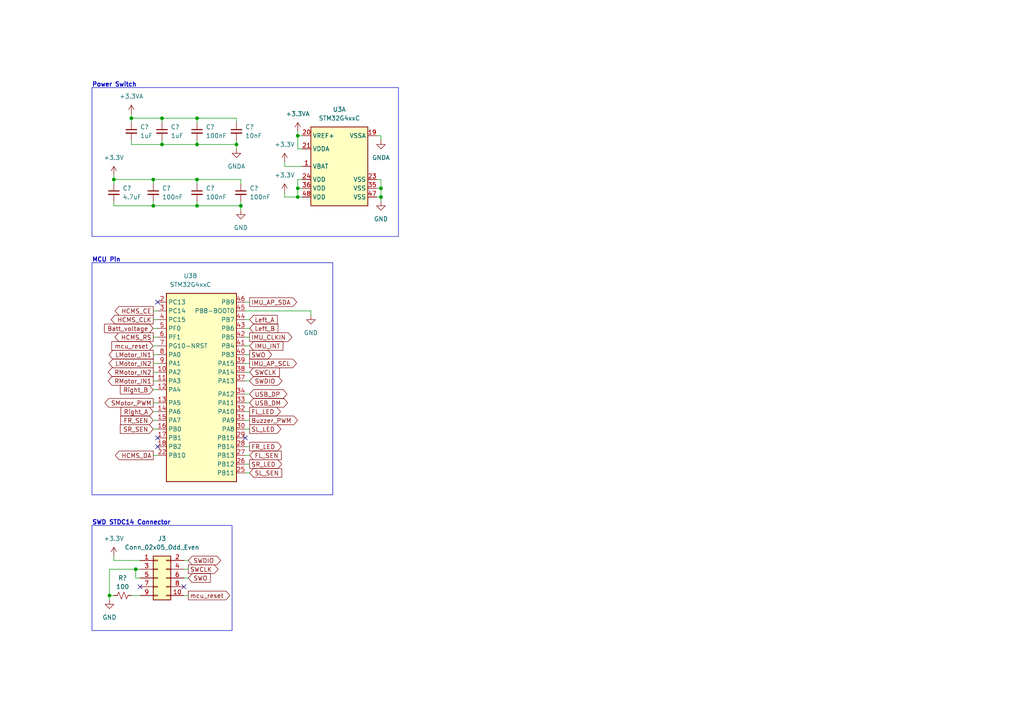
<source format=kicad_sch>
(kicad_sch (version 20230121) (generator eeschema)
  (paper "A4")
  (lib_symbols
    (symbol "Connector_Generic:Conn_02x05_Odd_Even" (pin_names (offset 1.016) hide)
      (property "Reference" "J" (at 1.27 7.62 0))
      (property "Value" "Conn_02x05_Odd_Even" (at 1.27 -7.62 0))
      (symbol "Conn_02x05_Odd_Even_1_1"
        (rectangle (start -1.27 -4.953) (end 0 -5.207) (stroke (width 0.1524)))
        (rectangle (start -1.27 -2.413) (end 0 -2.667) (stroke (width 0.1524)))
        (rectangle (start -1.27 0.127) (end 0 -0.127) (stroke (width 0.1524)))
        (rectangle (start -1.27 2.667) (end 0 2.413) (stroke (width 0.1524)))
        (rectangle (start -1.27 5.207) (end 0 4.953) (stroke (width 0.1524)))
        (rectangle (start -1.27 6.35) (end 3.81 -6.35) (stroke (width 0.254)) (fill (type background)))
        (rectangle (start 3.81 -4.953) (end 2.54 -5.207) (stroke (width 0.1524)))
        (rectangle (start 3.81 -2.413) (end 2.54 -2.667) (stroke (width 0.1524)))
        (rectangle (start 3.81 0.127) (end 2.54 -0.127) (stroke (width 0.1524)))
        (rectangle (start 3.81 2.667) (end 2.54 2.413) (stroke (width 0.1524)))
        (rectangle (start 3.81 5.207) (end 2.54 4.953) (stroke (width 0.1524)))
        (pin passive line (at -5.08 5.08 0) (length 3.81) (name "Pin_1") (number "1"))
        (pin passive line (at 7.62 -5.08 180) (length 3.81) (name "Pin_10") (number "10"))
        (pin passive line (at 7.62 5.08 180) (length 3.81) (name "Pin_2") (number "2"))
        (pin passive line (at -5.08 2.54 0) (length 3.81) (name "Pin_3") (number "3"))
        (pin passive line (at 7.62 2.54 180) (length 3.81) (name "Pin_4") (number "4"))
        (pin passive line (at -5.08 0 0) (length 3.81) (name "Pin_5") (number "5"))
        (pin passive line (at 7.62 0 180) (length 3.81) (name "Pin_6") (number "6"))
        (pin passive line (at -5.08 -2.54 0) (length 3.81) (name "Pin_7") (number "7"))
        (pin passive line (at 7.62 -2.54 180) (length 3.81) (name "Pin_8") (number "8"))
        (pin passive line (at -5.08 -5.08 0) (length 3.81) (name "Pin_9") (number "9"))
      )
    )
    (symbol "Device:C_Small" (pin_numbers hide) (pin_names (offset 0.254) hide)
      (property "Reference" "C" (at 0.254 1.778 0))
      (property "Value" "C_Small" (at 0.254 -2.032 0))
      (symbol "C_Small_0_1"
        (polyline (pts (xy -1.524 -0.508) (xy 1.524 -0.508)) (stroke (width 0.3302)))
        (polyline (pts (xy -1.524 0.508) (xy 1.524 0.508)) (stroke (width 0.3048)))
      )
      (symbol "C_Small_1_1"
        (pin passive line (at 0 2.54 270) (length 2.032) (name "~") (number "1"))
        (pin passive line (at 0 -2.54 90) (length 2.032) (name "~") (number "2"))
      )
    )
    (symbol "Device:R_Small_US" (pin_numbers hide) (pin_names (offset 0.254) hide)
      (property "Reference" "R" (at 0.762 0.508 0))
      (property "Value" "R_Small_US" (at 0.762 -1.016 0))
      (symbol "R_Small_US_1_1"
        (polyline (pts (xy 0 0) (xy 1.016 -0.381) (xy 0 -0.762) (xy -1.016 -1.143) (xy 0 -1.524)))
        (polyline (pts (xy 0 1.524) (xy 1.016 1.143) (xy 0 0.762) (xy -1.016 0.381) (xy 0 0)))
        (pin passive line (at 0 2.54 270) (length 1.016) (name "~") (number "1"))
        (pin passive line (at 0 -2.54 90) (length 1.016) (name "~") (number "2"))
      )
    )
    (symbol "HS_MCU:STM32G4xxC"
      (property "Reference" "U1" (at 0 3.81 0))
      (property "Value" "STM32G4xxC" (at 0 1.27 0))
      (symbol "STM32G4xxC_1_1"
        (rectangle (start 0 0) (end 16.51 -22.86) (stroke (width 0.254)) (fill (type background)))
        (pin power_in line (at -2.54 -11.43 0) (length 2.54) (name "VBAT") (number "1"))
        (pin power_in line (at 19.05 -2.54 180) (length 2.54) (name "VSSA") (number "19"))
        (pin input line (at -2.54 -2.54 0) (length 2.54) (name "VREF+") (number "20"))
        (pin power_in line (at -2.54 -6.35 0) (length 2.54) (name "VDDA") (number "21"))
        (pin power_in line (at 19.05 -15.24 180) (length 2.54) (name "VSS") (number "23"))
        (pin power_in line (at -2.54 -15.24 0) (length 2.54) (name "VDD") (number "24"))
        (pin power_in line (at 19.05 -17.78 180) (length 2.54) (name "VSS") (number "35"))
        (pin power_in line (at -2.54 -17.78 0) (length 2.54) (name "VDD") (number "36"))
        (pin power_in line (at 19.05 -20.32 180) (length 2.54) (name "VSS") (number "47"))
        (pin power_in line (at -2.54 -20.32 0) (length 2.54) (name "VDD") (number "48"))
      )
      (symbol "STM32G4xxC_2_1"
        (rectangle (start 0 0) (end 20.32 -54.61) (stroke (width 0.254)) (fill (type background)))
        (pin bidirectional line (at -2.54 -22.86 0) (length 2.54) (name "PA2") (number "10"))
        (pin bidirectional line (at -2.54 -25.4 0) (length 2.54) (name "PA3") (number "11"))
        (pin bidirectional line (at -2.54 -27.94 0) (length 2.54) (name "PA4") (number "12"))
        (pin bidirectional line (at -2.54 -31.75 0) (length 2.54) (name "PA5") (number "13"))
        (pin bidirectional line (at -2.54 -34.29 0) (length 2.54) (name "PA6") (number "14"))
        (pin bidirectional line (at -2.54 -36.83 0) (length 2.54) (name "PA7") (number "15"))
        (pin bidirectional line (at -2.54 -39.37 0) (length 2.54) (name "PB0") (number "16"))
        (pin bidirectional line (at -2.54 -41.91 0) (length 2.54) (name "PB1") (number "17"))
        (pin bidirectional line (at -2.54 -44.45 0) (length 2.54) (name "PB2") (number "18"))
        (pin bidirectional line (at -2.54 -2.54 0) (length 2.54) (name "PC13") (number "2"))
        (pin bidirectional line (at -2.54 -46.99 0) (length 2.54) (name "PB10") (number "22"))
        (pin bidirectional line (at 22.86 -52.07 180) (length 2.54) (name "PB11") (number "25"))
        (pin bidirectional line (at 22.86 -49.53 180) (length 2.54) (name "PB12") (number "26"))
        (pin bidirectional line (at 22.86 -46.99 180) (length 2.54) (name "PB13") (number "27"))
        (pin bidirectional line (at 22.86 -44.45 180) (length 2.54) (name "PB14") (number "28"))
        (pin bidirectional line (at 22.86 -41.91 180) (length 2.54) (name "PB15") (number "29"))
        (pin bidirectional line (at -2.54 -5.08 0) (length 2.54) (name "PC14") (number "3"))
        (pin bidirectional line (at 22.86 -39.37 180) (length 2.54) (name "PA8") (number "30"))
        (pin bidirectional line (at 22.86 -36.83 180) (length 2.54) (name "PA9") (number "31"))
        (pin bidirectional line (at 22.86 -34.29 180) (length 2.54) (name "PA10") (number "32"))
        (pin bidirectional line (at 22.86 -31.75 180) (length 2.54) (name "PA11") (number "33"))
        (pin bidirectional line (at 22.86 -29.21 180) (length 2.54) (name "PA12") (number "34"))
        (pin passive line (at 8.89 -58.42 90) (length 2.54) hide (name "VSS") (number "35"))
        (pin bidirectional line (at 22.86 -25.4 180) (length 2.54) (name "PA13") (number "37"))
        (pin bidirectional line (at 22.86 -22.86 180) (length 2.54) (name "PA14") (number "38"))
        (pin bidirectional line (at 22.86 -20.32 180) (length 2.54) (name "PA15") (number "39"))
        (pin bidirectional line (at -2.54 -7.62 0) (length 2.54) (name "PC15") (number "4"))
        (pin bidirectional line (at 22.86 -17.78 180) (length 2.54) (name "PB3") (number "40"))
        (pin bidirectional line (at 22.86 -15.24 180) (length 2.54) (name "PB4") (number "41"))
        (pin bidirectional line (at 22.86 -12.7 180) (length 2.54) (name "PB5") (number "42"))
        (pin bidirectional line (at 22.86 -10.16 180) (length 2.54) (name "PB6") (number "43"))
        (pin bidirectional line (at 22.86 -7.62 180) (length 2.54) (name "PB7") (number "44"))
        (pin bidirectional line (at 22.86 -5.08 180) (length 2.54) (name "PB8-BOOT0") (number "45"))
        (pin bidirectional line (at 22.86 -2.54 180) (length 2.54) (name "PB9") (number "46"))
        (pin passive line (at 8.89 -58.42 90) (length 2.54) hide (name "VSS") (number "47"))
        (pin bidirectional line (at -2.54 -10.16 0) (length 2.54) (name "PF0") (number "5"))
        (pin bidirectional line (at -2.54 -12.7 0) (length 2.54) (name "PF1") (number "6"))
        (pin bidirectional line (at -2.54 -15.24 0) (length 2.54) (name "PG10-NRST") (number "7"))
        (pin bidirectional line (at -2.54 -17.78 0) (length 2.54) (name "PA0") (number "8"))
        (pin bidirectional line (at -2.54 -20.32 0) (length 2.54) (name "PA1") (number "9"))
      )
    )
    (symbol "power:+3.3V" (power) (pin_names (offset 0))
      (property "Value" "+3.3V" (at 0 3.556 0))
      (symbol "+3.3V_0_1"
        (polyline (pts (xy -0.762 1.27) (xy 0 2.54)))
        (polyline (pts (xy 0 0) (xy 0 2.54)))
        (polyline (pts (xy 0 2.54) (xy 0.762 1.27)))
      )
      (symbol "+3.3V_1_1"
        (pin power_in line (at 0 0 90) (length 0) hide (name "+3.3V") (number "1"))
      )
    )
    (symbol "power:+3.3VA" (power) (pin_names (offset 0))
      (property "Value" "+3.3VA" (at 0 3.556 0))
      (symbol "+3.3VA_0_1"
        (polyline (pts (xy -0.762 1.27) (xy 0 2.54)))
        (polyline (pts (xy 0 0) (xy 0 2.54)))
        (polyline (pts (xy 0 2.54) (xy 0.762 1.27)))
      )
      (symbol "+3.3VA_1_1"
        (pin power_in line (at 0 0 90) (length 0) hide (name "+3.3VA") (number "1"))
      )
    )
    (symbol "power:GND" (power) (pin_names (offset 0))
      (property "Value" "GND" (at 0 -3.81 0))
      (symbol "GND_0_1"
        (polyline (pts (xy 0 0) (xy 0 -1.27) (xy 1.27 -1.27) (xy 0 -2.54) (xy -1.27 -1.27) (xy 0 -1.27)))
      )
      (symbol "GND_1_1"
        (pin power_in line (at 0 0 270) (length 0) hide (name "GND") (number "1"))
      )
    )
    (symbol "power:GNDA" (power) (pin_names (offset 0))
      (property "Value" "GNDA" (at 0 -3.81 0))
      (symbol "GNDA_0_1"
        (polyline (pts (xy 0 0) (xy 0 -1.27) (xy 1.27 -1.27) (xy 0 -2.54) (xy -1.27 -1.27) (xy 0 -1.27)))
      )
      (symbol "GNDA_1_1"
        (pin power_in line (at 0 0 270) (length 0) hide (name "GNDA") (number "1"))
      )
    )
  )
  (junction (at 39.37 165.1))
  (junction (at 57.15 34.29))
  (junction (at 44.45 59.69))
  (junction (at 68.58 41.91))
  (junction (at 69.85 59.69))
  (junction (at 86.36 54.61))
  (junction (at 44.45 52.07))
  (junction (at 38.1 34.29))
  (junction (at 46.99 34.29))
  (junction (at 57.15 52.07))
  (junction (at 86.36 39.37))
  (junction (at 86.36 57.15))
  (junction (at 33.02 52.07))
  (junction (at 57.15 59.69))
  (junction (at 110.49 57.15))
  (junction (at 46.99 41.91))
  (junction (at 31.75 172.72))
  (junction (at 57.15 41.91))
  (junction (at 110.49 54.61))
  (no_connect (at 45.72 129.54))
  (no_connect (at 45.72 87.63))
  (no_connect (at 53.34 170.18))
  (no_connect (at 45.72 127))
  (no_connect (at 40.64 170.18))
  (no_connect (at 71.12 127))
  (wire (pts (xy 38.1 172.72) (xy 40.64 172.72)))
  (wire (pts (xy 110.49 54.61) (xy 110.49 52.07)))
  (wire (pts (xy 57.15 41.91) (xy 68.58 41.91)))
  (wire (pts (xy 46.99 34.29) (xy 38.1 34.29)))
  (wire (pts (xy 44.45 52.07) (xy 33.02 52.07)))
  (wire (pts (xy 69.85 58.42) (xy 69.85 59.69)))
  (wire (pts (xy 54.61 167.64) (xy 53.34 167.64)))
  (wire (pts (xy 68.58 35.56) (xy 68.58 34.29)))
  (wire (pts (xy 44.45 59.69) (xy 57.15 59.69)))
  (wire (pts (xy 44.45 90.17) (xy 45.72 90.17)))
  (wire (pts (xy 44.45 113.03) (xy 45.72 113.03)))
  (wire (pts (xy 40.64 165.1) (xy 39.37 165.1)))
  (wire (pts (xy 57.15 34.29) (xy 57.15 35.56)))
  (wire (pts (xy 38.1 40.64) (xy 38.1 41.91)))
  (wire (pts (xy 110.49 40.64) (xy 110.49 39.37)))
  (wire (pts (xy 110.49 57.15) (xy 110.49 54.61)))
  (wire (pts (xy 110.49 52.07) (xy 109.22 52.07)))
  (wire (pts (xy 44.45 97.79) (xy 45.72 97.79)))
  (wire (pts (xy 44.45 119.38) (xy 45.72 119.38)))
  (wire (pts (xy 72.39 116.84) (xy 71.12 116.84)))
  (wire (pts (xy 33.02 52.07) (xy 33.02 53.34)))
  (wire (pts (xy 110.49 58.42) (xy 110.49 57.15)))
  (wire (pts (xy 38.1 33.02) (xy 38.1 34.29)))
  (wire (pts (xy 44.45 58.42) (xy 44.45 59.69)))
  (wire (pts (xy 33.02 58.42) (xy 33.02 59.69)))
  (wire (pts (xy 57.15 59.69) (xy 69.85 59.69)))
  (wire (pts (xy 54.61 165.1) (xy 53.34 165.1)))
  (wire (pts (xy 33.02 162.56) (xy 33.02 161.29)))
  (wire (pts (xy 86.36 52.07) (xy 86.36 54.61)))
  (wire (pts (xy 44.45 110.49) (xy 45.72 110.49)))
  (wire (pts (xy 44.45 52.07) (xy 44.45 53.34)))
  (wire (pts (xy 72.39 114.3) (xy 71.12 114.3)))
  (wire (pts (xy 71.12 100.33) (xy 72.39 100.33)))
  (wire (pts (xy 54.61 172.72) (xy 53.34 172.72)))
  (wire (pts (xy 72.39 129.54) (xy 71.12 129.54)))
  (wire (pts (xy 72.39 102.87) (xy 71.12 102.87)))
  (wire (pts (xy 54.61 162.56) (xy 53.34 162.56)))
  (wire (pts (xy 57.15 52.07) (xy 44.45 52.07)))
  (wire (pts (xy 72.39 95.25) (xy 71.12 95.25)))
  (wire (pts (xy 46.99 40.64) (xy 46.99 41.91)))
  (wire (pts (xy 44.45 121.92) (xy 45.72 121.92)))
  (wire (pts (xy 69.85 53.34) (xy 69.85 52.07)))
  (wire (pts (xy 86.36 54.61) (xy 87.63 54.61)))
  (wire (pts (xy 82.55 57.15) (xy 86.36 57.15)))
  (wire (pts (xy 86.36 38.1) (xy 86.36 39.37)))
  (wire (pts (xy 38.1 41.91) (xy 46.99 41.91)))
  (wire (pts (xy 68.58 41.91) (xy 68.58 43.18)))
  (wire (pts (xy 72.39 87.63) (xy 71.12 87.63)))
  (wire (pts (xy 33.02 50.8) (xy 33.02 52.07)))
  (wire (pts (xy 33.02 59.69) (xy 44.45 59.69)))
  (wire (pts (xy 39.37 167.64) (xy 39.37 165.1)))
  (wire (pts (xy 86.36 57.15) (xy 87.63 57.15)))
  (wire (pts (xy 90.17 90.17) (xy 90.17 91.44)))
  (wire (pts (xy 72.39 105.41) (xy 71.12 105.41)))
  (wire (pts (xy 57.15 58.42) (xy 57.15 59.69)))
  (wire (pts (xy 68.58 40.64) (xy 68.58 41.91)))
  (wire (pts (xy 87.63 52.07) (xy 86.36 52.07)))
  (wire (pts (xy 40.64 167.64) (xy 39.37 167.64)))
  (wire (pts (xy 72.39 124.46) (xy 71.12 124.46)))
  (wire (pts (xy 86.36 54.61) (xy 86.36 57.15)))
  (wire (pts (xy 71.12 92.71) (xy 72.39 92.71)))
  (wire (pts (xy 82.55 48.26) (xy 82.55 46.99)))
  (wire (pts (xy 57.15 52.07) (xy 57.15 53.34)))
  (wire (pts (xy 72.39 110.49) (xy 71.12 110.49)))
  (wire (pts (xy 44.45 95.25) (xy 45.72 95.25)))
  (wire (pts (xy 72.39 134.62) (xy 71.12 134.62)))
  (wire (pts (xy 68.58 34.29) (xy 57.15 34.29)))
  (wire (pts (xy 72.39 137.16) (xy 71.12 137.16)))
  (wire (pts (xy 69.85 59.69) (xy 69.85 60.96)))
  (wire (pts (xy 44.45 102.87) (xy 45.72 102.87)))
  (wire (pts (xy 44.45 132.08) (xy 45.72 132.08)))
  (wire (pts (xy 86.36 39.37) (xy 87.63 39.37)))
  (wire (pts (xy 46.99 41.91) (xy 57.15 41.91)))
  (wire (pts (xy 72.39 97.79) (xy 71.12 97.79)))
  (wire (pts (xy 44.45 100.33) (xy 45.72 100.33)))
  (wire (pts (xy 40.64 162.56) (xy 33.02 162.56)))
  (wire (pts (xy 82.55 55.88) (xy 82.55 57.15)))
  (wire (pts (xy 109.22 57.15) (xy 110.49 57.15)))
  (wire (pts (xy 57.15 40.64) (xy 57.15 41.91)))
  (wire (pts (xy 46.99 35.56) (xy 46.99 34.29)))
  (wire (pts (xy 38.1 34.29) (xy 38.1 35.56)))
  (wire (pts (xy 71.12 90.17) (xy 90.17 90.17)))
  (wire (pts (xy 44.45 92.71) (xy 45.72 92.71)))
  (wire (pts (xy 39.37 165.1) (xy 31.75 165.1)))
  (wire (pts (xy 109.22 54.61) (xy 110.49 54.61)))
  (wire (pts (xy 72.39 107.95) (xy 71.12 107.95)))
  (wire (pts (xy 44.45 107.95) (xy 45.72 107.95)))
  (wire (pts (xy 72.39 132.08) (xy 71.12 132.08)))
  (wire (pts (xy 86.36 39.37) (xy 86.36 43.18)))
  (wire (pts (xy 44.45 116.84) (xy 45.72 116.84)))
  (wire (pts (xy 31.75 165.1) (xy 31.75 172.72)))
  (wire (pts (xy 87.63 43.18) (xy 86.36 43.18)))
  (wire (pts (xy 69.85 52.07) (xy 57.15 52.07)))
  (wire (pts (xy 72.39 121.92) (xy 71.12 121.92)))
  (wire (pts (xy 44.45 105.41) (xy 45.72 105.41)))
  (wire (pts (xy 72.39 119.38) (xy 71.12 119.38)))
  (wire (pts (xy 33.02 172.72) (xy 31.75 172.72)))
  (wire (pts (xy 87.63 48.26) (xy 82.55 48.26)))
  (wire (pts (xy 31.75 172.72) (xy 31.75 173.99)))
  (wire (pts (xy 57.15 34.29) (xy 46.99 34.29)))
  (wire (pts (xy 110.49 39.37) (xy 109.22 39.37)))
  (wire (pts (xy 44.45 124.46) (xy 45.72 124.46)))
  (rectangle (start 26.67 25.4) (end 115.57 68.58))
  (rectangle (start 26.67 76.2) (end 96.52 143.51))
  (rectangle (start 26.67 152.4) (end 67.31 182.88))
  (text "MCU Pin" (at 26.67 76.2 0) (effects (font (size 1.27 1.27) (thickness 0.254) bold) (justify left bottom)))
  (text "SWD STDC14 Connector" (at 26.67 152.4 0) (effects (font (size 1.27 1.27) (thickness 0.254) bold) (justify left bottom)))
  (text "Power Switch" (at 26.67 25.4 0) (effects (font (size 1.27 1.27) (thickness 0.254) bold) (justify left bottom)))
  (global_label "SL_LED" (shape output) (at 72.39 124.46 0) (property "Intersheetrefs" "${INTERSHEET_REFS}" (effects hide)))
  (global_label "FL_SEN" (shape input) (at 72.39 132.08 0) (property "Intersheetrefs" "${INTERSHEET_REFS}" (effects hide)))
  (global_label "SWCLK" (shape output) (at 54.61 165.1 0) (property "Intersheetrefs" "${INTERSHEET_REFS}" (effects hide)))
  (global_label "Right_A" (shape input) (at 44.45 119.38 180) (property "Intersheetrefs" "${INTERSHEET_REFS}" (effects hide)))
  (global_label "RMotor_IN2" (shape output) (at 44.45 107.95 180) (property "Intersheetrefs" "${INTERSHEET_REFS}" (effects hide)))
  (global_label "LMotor_IN1" (shape output) (at 44.45 102.87 180) (property "Intersheetrefs" "${INTERSHEET_REFS}" (effects hide)))
  (global_label "mcu_reset" (shape output) (at 54.61 172.72 0) (property "Intersheetrefs" "${INTERSHEET_REFS}" (effects hide)))
  (global_label "SWCLK" (shape input) (at 72.39 107.95 0) (property "Intersheetrefs" "${INTERSHEET_REFS}" (effects hide)))
  (global_label "USB_DM" (shape bidirectional) (at 72.39 116.84 0) (property "Intersheetrefs" "${INTERSHEET_REFS}" (effects hide)))
  (global_label "LMotor_IN2" (shape output) (at 44.45 105.41 180) (property "Intersheetrefs" "${INTERSHEET_REFS}" (effects hide)))
  (global_label "SWDIO" (shape bidirectional) (at 54.61 162.56 0) (property "Intersheetrefs" "${INTERSHEET_REFS}" (effects hide)))
  (global_label "HCMS_RS" (shape output) (at 44.45 97.79 180) (property "Intersheetrefs" "${INTERSHEET_REFS}" (effects hide)))
  (global_label "RMotor_IN1" (shape output) (at 44.45 110.49 180) (property "Intersheetrefs" "${INTERSHEET_REFS}" (effects hide)))
  (global_label "IMU_AP_SCL" (shape output) (at 72.39 105.41 0) (property "Intersheetrefs" "${INTERSHEET_REFS}" (effects hide)))
  (global_label "SR_SEN" (shape input) (at 44.45 124.46 180) (property "Intersheetrefs" "${INTERSHEET_REFS}" (effects hide)))
  (global_label "mcu_reset" (shape input) (at 44.45 100.33 180) (property "Intersheetrefs" "${INTERSHEET_REFS}" (effects hide)))
  (global_label "SWDIO" (shape bidirectional) (at 72.39 110.49 0) (property "Intersheetrefs" "${INTERSHEET_REFS}" (effects hide)))
  (global_label "SL_SEN" (shape input) (at 72.39 137.16 0) (property "Intersheetrefs" "${INTERSHEET_REFS}" (effects hide)))
  (global_label "FR_SEN" (shape input) (at 44.45 121.92 180) (property "Intersheetrefs" "${INTERSHEET_REFS}" (effects hide)))
  (global_label "IMU_INT" (shape input) (at 72.39 100.33 0) (property "Intersheetrefs" "${INTERSHEET_REFS}" (effects hide)))
  (global_label "Left_B" (shape input) (at 72.39 95.25 0) (property "Intersheetrefs" "${INTERSHEET_REFS}" (effects hide)))
  (global_label "Right_B" (shape input) (at 44.45 113.03 180) (property "Intersheetrefs" "${INTERSHEET_REFS}" (effects hide)))
  (global_label "Batt_voltage" (shape input) (at 44.45 95.25 180) (property "Intersheetrefs" "${INTERSHEET_REFS}" (effects hide)))
  (global_label "HCMS_CLK" (shape output) (at 44.45 92.71 180) (property "Intersheetrefs" "${INTERSHEET_REFS}" (effects hide)))
  (global_label "HCMS_DA" (shape output) (at 44.45 132.08 180) (property "Intersheetrefs" "${INTERSHEET_REFS}" (effects hide)))
  (global_label "USB_DP" (shape bidirectional) (at 72.39 114.3 0) (property "Intersheetrefs" "${INTERSHEET_REFS}" (effects hide)))
  (global_label "FR_LED" (shape output) (at 72.39 129.54 0) (property "Intersheetrefs" "${INTERSHEET_REFS}" (effects hide)))
  (global_label "FL_LED" (shape output) (at 72.39 119.38 0) (property "Intersheetrefs" "${INTERSHEET_REFS}" (effects hide)))
  (global_label "Buzzer_PWM" (shape output) (at 72.39 121.92 0) (property "Intersheetrefs" "${INTERSHEET_REFS}" (effects hide)))
  (global_label "IMU_CLKIN" (shape output) (at 72.39 97.79 0) (property "Intersheetrefs" "${INTERSHEET_REFS}" (effects hide)))
  (global_label "HCMS_CE" (shape output) (at 44.45 90.17 180) (property "Intersheetrefs" "${INTERSHEET_REFS}" (effects hide)))
  (global_label "Left_A" (shape input) (at 72.39 92.71 0) (property "Intersheetrefs" "${INTERSHEET_REFS}" (effects hide)))
  (global_label "SWO" (shape input) (at 54.61 167.64 0) (property "Intersheetrefs" "${INTERSHEET_REFS}" (effects hide)))
  (global_label "IMU_AP_SDA" (shape output) (at 72.39 87.63 0) (property "Intersheetrefs" "${INTERSHEET_REFS}" (effects hide)))
  (global_label "SMotor_PWM" (shape output) (at 44.45 116.84 180) (property "Intersheetrefs" "${INTERSHEET_REFS}" (effects hide)))
  (global_label "SWO" (shape output) (at 72.39 102.87 0) (property "Intersheetrefs" "${INTERSHEET_REFS}" (effects hide)))
  (global_label "SR_LED" (shape output) (at 72.39 134.62 0) (property "Intersheetrefs" "${INTERSHEET_REFS}" (effects hide)))
  (symbol (lib_id "power:+3.3V") (at 33.02 50.8 0) (unit 1)
    (property "Reference" "#PWR?" (effects hide))
    (property "Value" "+3.3V" (at 33.02 45.72 0))
    (instances (project "uglyBob" (path "" (reference "#PWR?") (unit 1)) (path "" (reference "#PWR020") (unit 1))))
  )
  (symbol (lib_id "Device:C_Small") (at 69.85 55.88 0) (unit 1)
    (property "Reference" "C?" (at 72.39 54.6163 0) (effects (justify left)))
    (property "Value" "100nF" (at 72.39 57.1563 0) (effects (justify left)))
    (property "Footprint" "SMD_HS:0603_1608_C" (effects hide))
    (instances (project "uglyBob" (path "" (reference "C?") (unit 1)) (path "" (reference "C12") (unit 1))))
  )
  (symbol (lib_id "power:+3.3V") (at 82.55 55.88 0) (unit 1)
    (property "Reference" "#PWR?" (effects hide))
    (property "Value" "+3.3V" (at 82.55 50.8 0))
    (instances (project "uglyBob" (path "" (reference "#PWR?") (unit 1)) (path "" (reference "#PWR021") (unit 1))))
  )
  (symbol (lib_id "Connector_Generic:Conn_02x05_Odd_Even") (at 45.72 167.64 0) (unit 1)
    (property "Reference" "J3" (at 46.99 156.21 0))
    (property "Value" "Conn_02x05_Odd_Even" (at 46.99 158.75 0))
    (property "Footprint" "Connector_HS:FTSH-105-01-L-DV-K" (effects hide))
  )
  (symbol (lib_id "power:GND") (at 90.17 91.44 0) (unit 1)
    (property "Reference" "#PWR?" (effects hide))
    (property "Value" "GND" (at 90.17 96.52 0))
    (instances (project "uglyBob" (path "" (reference "#PWR?") (unit 1)) (path "" (reference "#PWR024") (unit 1))))
  )
  (symbol (lib_id "Device:C_Small") (at 33.02 55.88 0) (unit 1)
    (property "Reference" "C?" (at 35.56 54.6163 0) (effects (justify left)))
    (property "Value" "4.7uF" (at 35.56 57.1563 0) (effects (justify left)))
    (property "Footprint" "SMD_HS:1206_3216_C_Polarized_HandSolder" (effects hide))
    (instances (project "uglyBob" (path "" (reference "C?") (unit 1)) (path "" (reference "C9") (unit 1))))
  )
  (symbol (lib_id "Device:C_Small") (at 46.99 38.1 0) (unit 1)
    (property "Reference" "C?" (at 49.53 36.8363 0) (effects (justify left)))
    (property "Value" "1uF" (at 49.53 39.3763 0) (effects (justify left)))
    (property "Footprint" "SMD_HS:0603_1608_C" (effects hide))
    (instances (project "uglyBob" (path "" (reference "C?") (unit 1)) (path "" (reference "C6") (unit 1))))
  )
  (symbol (lib_id "HS_MCU:STM32G4xxC") (at 48.26 85.09 0) (unit 2)
    (property "Reference" "U3" (at 55.245 80.01 0))
    (property "Value" "STM32G4xxC" (at 55.245 82.55 0))
    (property "Footprint" "Package_QFP_HS:LQFP-48_7x7mm_P0.5mm" (effects hide))
    (property "Datasheet" "https://www.st.com/resource/en/datasheet/stm32g474ce.pdf" (effects hide))
  )
  (symbol (lib_id "Device:C_Small") (at 68.58 38.1 0) (unit 1)
    (property "Reference" "C?" (at 71.12 36.8363 0) (effects (justify left)))
    (property "Value" "10nF" (at 71.12 39.3763 0) (effects (justify left)))
    (property "Footprint" "SMD_HS:0603_1608_C" (effects hide))
    (instances (project "uglyBob" (path "" (reference "C?") (unit 1)) (path "" (reference "C8") (unit 1))))
  )
  (symbol (lib_id "Device:C_Small") (at 44.45 55.88 0) (unit 1)
    (property "Reference" "C?" (at 46.99 54.6163 0) (effects (justify left)))
    (property "Value" "100nF" (at 46.99 57.1563 0) (effects (justify left)))
    (property "Footprint" "SMD_HS:0603_1608_C" (effects hide))
    (instances (project "uglyBob" (path "" (reference "C?") (unit 1)) (path "" (reference "C10") (unit 1))))
  )
  (symbol (lib_id "power:GND") (at 69.85 60.96 0) (unit 1)
    (property "Reference" "#PWR?" (effects hide))
    (property "Value" "GND" (at 69.85 66.04 0))
    (instances (project "uglyBob" (path "" (reference "#PWR?") (unit 1)) (path "" (reference "#PWR023") (unit 1))))
  )
  (symbol (lib_id "power:GNDA") (at 68.58 43.18 0) (unit 1)
    (property "Reference" "#PWR?" (effects hide))
    (property "Value" "GNDA" (at 68.58 48.26 0))
    (instances (project "uglyBob" (path "" (reference "#PWR?") (unit 1)) (path "" (reference "#PWR018") (unit 1))))
  )
  (symbol (lib_id "power:+3.3VA") (at 38.1 33.02 0) (unit 1)
    (property "Reference" "#PWR06" (effects hide))
    (property "Value" "+3.3VA" (at 38.1 27.94 0))
    (instances (project "uglyBob" (path "" (reference "#PWR06") (unit 1)) (path "" (reference "#PWR015") (unit 1))))
  )
  (symbol (lib_id "Device:C_Small") (at 57.15 38.1 0) (unit 1)
    (property "Reference" "C?" (at 59.69 36.8363 0) (effects (justify left)))
    (property "Value" "100nF" (at 59.69 39.3763 0) (effects (justify left)))
    (property "Footprint" "SMD_HS:0603_1608_C" (effects hide))
    (instances (project "uglyBob" (path "" (reference "C?") (unit 1)) (path "" (reference "C7") (unit 1))))
  )
  (symbol (lib_id "Device:C_Small") (at 38.1 38.1 0) (unit 1)
    (property "Reference" "C?" (at 40.64 36.8363 0) (effects (justify left)))
    (property "Value" "1uF" (at 40.64 39.3763 0) (effects (justify left)))
    (property "Footprint" "SMD_HS:0603_1608_C" (effects hide))
    (instances (project "uglyBob" (path "" (reference "C?") (unit 1)) (path "" (reference "C5") (unit 1))))
  )
  (symbol (lib_id "HS_MCU:STM32G4xxC") (at 90.17 36.83 0) (unit 1)
    (property "Reference" "U3" (at 98.425 31.75 0))
    (property "Value" "STM32G4xxC" (at 98.425 34.29 0))
    (property "Footprint" "Package_QFP_HS:LQFP-48_7x7mm_P0.5mm" (effects hide))
    (property "Datasheet" "https://www.st.com/resource/en/datasheet/stm32g474ce.pdf" (effects hide))
  )
  (symbol (lib_id "power:+3.3V") (at 82.55 46.99 0) (unit 1)
    (property "Reference" "#PWR?" (effects hide))
    (property "Value" "+3.3V" (at 82.55 41.91 0))
    (instances (project "uglyBob" (path "" (reference "#PWR?") (unit 1)) (path "" (reference "#PWR019") (unit 1))))
  )
  (symbol (lib_id "power:GNDA") (at 110.49 40.64 0) (unit 1)
    (property "Reference" "#PWR?" (effects hide))
    (property "Value" "GNDA" (at 110.49 45.72 0))
    (instances (project "uglyBob" (path "" (reference "#PWR?") (unit 1)) (path "" (reference "#PWR017") (unit 1))))
  )
  (symbol (lib_id "power:+3.3V") (at 33.02 161.29 0) (unit 1)
    (property "Reference" "#PWR?" (effects hide))
    (property "Value" "+3.3V" (at 33.02 156.21 0))
    (instances (project "uglyBob" (path "" (reference "#PWR?") (unit 1)) (path "" (reference "#PWR025") (unit 1))))
  )
  (symbol (lib_id "power:GND") (at 110.49 58.42 0) (unit 1)
    (property "Reference" "#PWR?" (effects hide))
    (property "Value" "GND" (at 110.49 63.5 0))
    (instances (project "uglyBob" (path "" (reference "#PWR?") (unit 1)) (path "" (reference "#PWR022") (unit 1))))
  )
  (symbol (lib_id "Device:R_Small_US") (at 35.56 172.72 90) (unit 1)
    (property "Reference" "R?" (at 35.56 167.64 90))
    (property "Value" "100" (at 35.56 170.18 90))
    (property "Footprint" "SMD_HS:0603_1608_R" (effects hide))
    (instances (project "uglyBob" (path "" (reference "R?") (unit 1)) (path "" (reference "R1") (unit 1))))
  )
  (symbol (lib_id "Device:C_Small") (at 57.15 55.88 0) (unit 1)
    (property "Reference" "C?" (at 59.69 54.6163 0) (effects (justify left)))
    (property "Value" "100nF" (at 59.69 57.1563 0) (effects (justify left)))
    (property "Footprint" "SMD_HS:0603_1608_C" (effects hide))
    (instances (project "uglyBob" (path "" (reference "C?") (unit 1)) (path "" (reference "C11") (unit 1))))
  )
  (symbol (lib_id "power:GND") (at 31.75 173.99 0) (unit 1)
    (property "Reference" "#PWR?" (effects hide))
    (property "Value" "GND" (at 31.75 179.07 0))
    (instances (project "uglyBob" (path "" (reference "#PWR?") (unit 1)) (path "" (reference "#PWR026") (unit 1))))
  )
  (symbol (lib_id "power:+3.3VA") (at 86.36 38.1 0) (unit 1)
    (property "Reference" "#PWR06" (effects hide))
    (property "Value" "+3.3VA" (at 86.36 33.02 0))
    (instances (project "uglyBob" (path "" (reference "#PWR06") (unit 1)) (path "" (reference "#PWR016") (unit 1))))
  )
)
</source>
